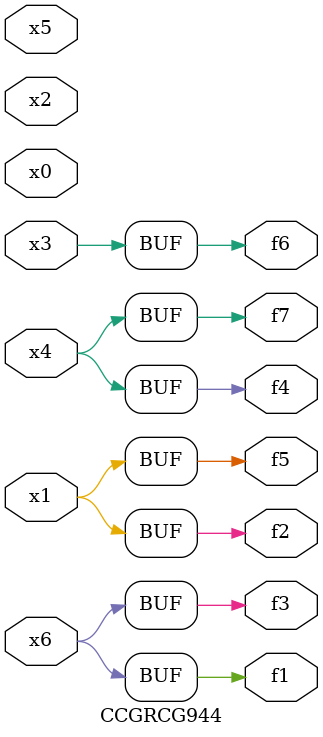
<source format=v>
module CCGRCG944(
	input x0, x1, x2, x3, x4, x5, x6,
	output f1, f2, f3, f4, f5, f6, f7
);
	assign f1 = x6;
	assign f2 = x1;
	assign f3 = x6;
	assign f4 = x4;
	assign f5 = x1;
	assign f6 = x3;
	assign f7 = x4;
endmodule

</source>
